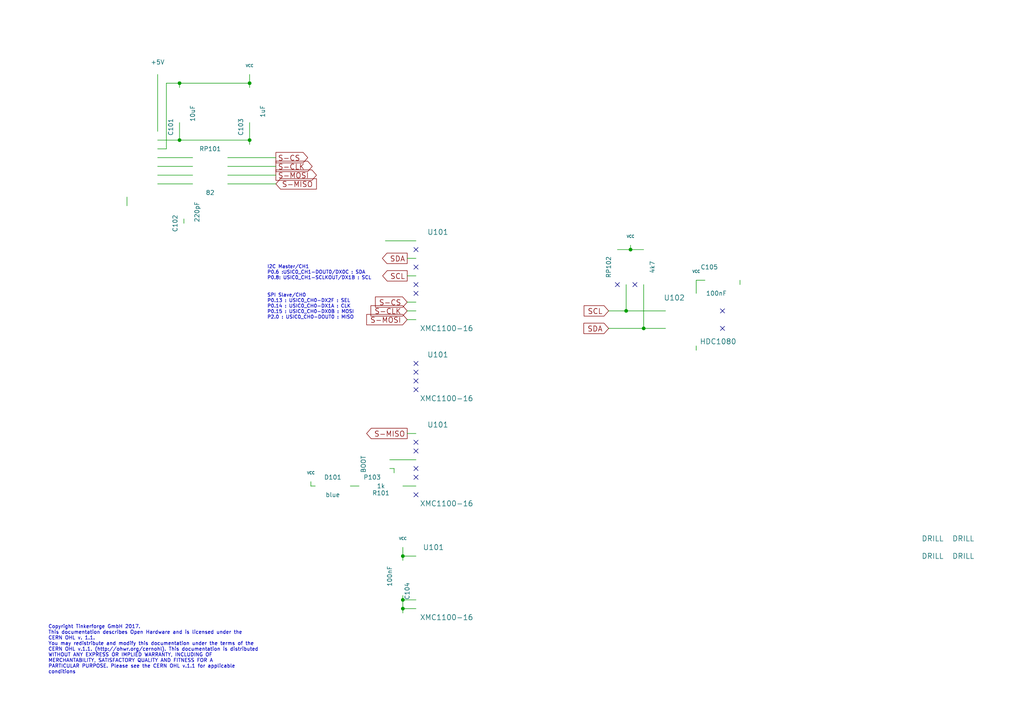
<source format=kicad_sch>
(kicad_sch (version 20230121) (generator eeschema)
  (paper "A4")
  (title_block (title "Humidity Bricklet") (date "2017-04-28") (rev "2.0") (company "Tinkerforge GmbH") (comment 1 "Licensed under CERN OHL v.1.1") (comment 2 "Copyright (©) 2017, B.Nordmeyer <bastian@tinkerforge.com>"))
  (lib_symbols)
  (junction (at 52.07 24.13))
  (junction (at 116.84 173.99))
  (junction (at 52.07 40.64))
  (junction (at 116.84 161.29))
  (junction (at 72.39 40.64))
  (junction (at 181.61 90.17))
  (junction (at 186.69 95.25))
  (junction (at 182.88 72.39))
  (junction (at 116.84 176.53))
  (junction (at 72.39 24.13))
  (no_connect (at 120.65 143.51))
  (no_connect (at 120.65 105.41))
  (no_connect (at 120.65 77.47))
  (no_connect (at 179.07 82.55))
  (no_connect (at 120.65 128.27))
  (no_connect (at 184.15 82.55))
  (no_connect (at 120.65 135.89))
  (no_connect (at 120.65 82.55))
  (no_connect (at 120.65 85.09))
  (no_connect (at 120.65 110.49))
  (no_connect (at 120.65 107.95))
  (no_connect (at 120.65 72.39))
  (no_connect (at 209.55 95.25))
  (no_connect (at 120.65 113.03))
  (no_connect (at 209.55 90.17))
  (no_connect (at 120.65 138.43))
  (no_connect (at 120.65 130.81))
  (wire (pts (xy 120.65 90.17) (xy 118.11 90.17)))
  (wire (pts (xy 52.07 24.13) (xy 72.39 24.13)))
  (wire (pts (xy 45.72 40.64) (xy 52.07 40.64)))
  (wire (pts (xy 90.17 140.97) (xy 90.17 139.7)))
  (wire (pts (xy 36.83 59.69) (xy 36.83 57.15)))
  (wire (pts (xy 52.07 24.13) (xy 52.07 25.4)))
  (wire (pts (xy 48.26 43.18) (xy 48.26 24.13)))
  (wire (pts (xy 201.93 85.09) (xy 201.93 81.28)))
  (wire (pts (xy 45.72 53.34) (xy 55.88 53.34)))
  (wire (pts (xy 52.07 35.56) (xy 52.07 40.64)))
  (wire (pts (xy 120.65 69.85) (xy 111.76 69.85)))
  (wire (pts (xy 116.84 161.29) (xy 116.84 162.56)))
  (wire (pts (xy 201.93 81.28) (xy 204.47 81.28)))
  (wire (pts (xy 181.61 90.17) (xy 193.04 90.17)))
  (wire (pts (xy 116.84 176.53) (xy 116.84 177.8)))
  (wire (pts (xy 118.11 74.93) (xy 120.65 74.93)))
  (wire (pts (xy 53.34 63.5) (xy 53.34 64.77)))
  (wire (pts (xy 114.3 135.89) (xy 114.3 137.16)))
  (wire (pts (xy 66.04 50.8) (xy 80.01 50.8)))
  (wire (pts (xy 116.84 161.29) (xy 120.65 161.29)))
  (wire (pts (xy 66.04 45.72) (xy 80.01 45.72)))
  (wire (pts (xy 45.72 45.72) (xy 55.88 45.72)))
  (wire (pts (xy 186.69 95.25) (xy 193.04 95.25)))
  (wire (pts (xy 72.39 40.64) (xy 72.39 41.91)))
  (wire (pts (xy 118.11 87.63) (xy 120.65 87.63)))
  (wire (pts (xy 45.72 50.8) (xy 55.88 50.8)))
  (wire (pts (xy 72.39 35.56) (xy 72.39 40.64)))
  (wire (pts (xy 120.65 92.71) (xy 118.11 92.71)))
  (wire (pts (xy 182.88 72.39) (xy 186.69 72.39)))
  (wire (pts (xy 186.69 82.55) (xy 186.69 95.25)))
  (wire (pts (xy 179.07 72.39) (xy 182.88 72.39)))
  (wire (pts (xy 45.72 43.18) (xy 48.26 43.18)))
  (wire (pts (xy 113.03 133.35) (xy 120.65 133.35)))
  (wire (pts (xy 45.72 38.1) (xy 45.72 21.59)))
  (wire (pts (xy 113.03 135.89) (xy 114.3 135.89)))
  (wire (pts (xy 72.39 21.59) (xy 72.39 24.13)))
  (wire (pts (xy 52.07 40.64) (xy 72.39 40.64)))
  (wire (pts (xy 214.63 81.28) (xy 214.63 82.55)))
  (wire (pts (xy 48.26 24.13) (xy 52.07 24.13)))
  (wire (pts (xy 104.14 140.97) (xy 101.6 140.97)))
  (wire (pts (xy 91.44 140.97) (xy 90.17 140.97)))
  (wire (pts (xy 176.53 95.25) (xy 186.69 95.25)))
  (wire (pts (xy 120.65 80.01) (xy 118.11 80.01)))
  (wire (pts (xy 45.72 48.26) (xy 55.88 48.26)))
  (wire (pts (xy 116.84 172.72) (xy 116.84 173.99)))
  (wire (pts (xy 116.84 176.53) (xy 120.65 176.53)))
  (wire (pts (xy 201.93 101.6) (xy 201.93 100.33)))
  (wire (pts (xy 182.88 71.12) (xy 182.88 72.39)))
  (wire (pts (xy 120.65 173.99) (xy 116.84 173.99)))
  (wire (pts (xy 72.39 24.13) (xy 72.39 25.4)))
  (wire (pts (xy 181.61 82.55) (xy 181.61 90.17)))
  (wire (pts (xy 80.01 53.34) (xy 66.04 53.34)))
  (wire (pts (xy 116.84 158.75) (xy 116.84 161.29)))
  (wire (pts (xy 118.11 125.73) (xy 120.65 125.73)))
  (wire (pts (xy 116.84 173.99) (xy 116.84 176.53)))
  (wire (pts (xy 176.53 90.17) (xy 181.61 90.17)))
  (wire (pts (xy 80.01 48.26) (xy 66.04 48.26)))
  (wire (pts (xy 116.84 140.97) (xy 120.65 140.97)))
  (text "Copyright Tinkerforge GmbH 2017.\nThis documentation describes Open Hardware and is licensed under the\nCERN OHL v. 1.1.\nYou may redistribute and modify this documentation under the terms of the\nCERN OHL v.1.1. (http://ohwr.org/cernohl). This documentation is distributed\nWITHOUT ANY EXPRESS OR IMPLIED WARRANTY, INCLUDING OF\nMERCHANTABILITY, SATISFACTORY QUALITY AND FITNESS FOR A\nPARTICULAR PURPOSE. Please see the CERN OHL v.1.1 for applicable\nconditions\n" (at 13.97 195.58 0) (effects (font (size 1.016 1.016)) (justify left bottom)))
  (text "I2C Master/CH1\nP0.6 :USIC0_CH1-DOUT0/DX0C : SDA\nP0.8: USIC0_CH1-SCLKOUT/DX1B : SCL" (at 77.47 81.28 0) (effects (font (size 0.9906 0.9906)) (justify left bottom)))
  (text "SPI Slave/CH0\nP0.13 : USIC0_CH0-DX2F : SEL\nP0.14 : USIC0_CH0-DX1A : CLK\nP0.15 : USIC0_CH0-DX0B : MOSI\nP2.0 : USIC0_CH0-DOUT0 : MISO" (at 77.47 92.71 0) (effects (font (size 0.9906 0.9906)) (justify left bottom)))
  (global_label "S-CLK" (shape input) (at 118.11 90.17 180) (effects (font (size 1.524 1.524))) (property "Intersheetrefs" "${INTERSHEET_REFS}" (effects hide)))
  (global_label "S-CLK" (shape output) (at 80.01 48.26 0) (effects (font (size 1.524 1.524))) (property "Intersheetrefs" "${INTERSHEET_REFS}" (effects hide)))
  (global_label "S-MISO" (shape output) (at 118.11 125.73 180) (effects (font (size 1.524 1.524))) (property "Intersheetrefs" "${INTERSHEET_REFS}" (effects hide)))
  (global_label "S-CS" (shape output) (at 80.01 45.72 0) (effects (font (size 1.524 1.524))) (property "Intersheetrefs" "${INTERSHEET_REFS}" (effects hide)))
  (global_label "S-CS" (shape input) (at 118.11 87.63 180) (effects (font (size 1.524 1.524))) (property "Intersheetrefs" "${INTERSHEET_REFS}" (effects hide)))
  (global_label "S-MISO" (shape input) (at 80.01 53.34 0) (effects (font (size 1.524 1.524))) (property "Intersheetrefs" "${INTERSHEET_REFS}" (effects hide)))
  (global_label "SCL" (shape output) (at 118.11 80.01 180) (effects (font (size 1.524 1.524))) (property "Intersheetrefs" "${INTERSHEET_REFS}" (effects hide)))
  (global_label "S-MOSI" (shape output) (at 80.01 50.8 0) (effects (font (size 1.524 1.524))) (property "Intersheetrefs" "${INTERSHEET_REFS}" (effects hide)))
  (global_label "SCL" (shape input) (at 176.53 90.17 180) (effects (font (size 1.524 1.524))) (property "Intersheetrefs" "${INTERSHEET_REFS}" (effects hide)))
  (global_label "S-MOSI" (shape input) (at 118.11 92.71 180) (effects (font (size 1.524 1.524))) (property "Intersheetrefs" "${INTERSHEET_REFS}" (effects hide)))
  (global_label "SDA" (shape output) (at 118.11 74.93 180) (effects (font (size 1.524 1.524))) (property "Intersheetrefs" "${INTERSHEET_REFS}" (effects hide)))
  (global_label "SDA" (shape input) (at 176.53 95.25 180) (effects (font (size 1.524 1.524))) (property "Intersheetrefs" "${INTERSHEET_REFS}" (effects hide)))
  (symbol (lib_id "CON-SENSOR2") (at 36.83 45.72 0) (mirror y) (unit 1)
    (property "Reference" "P101" (at 33.02 35.56 0) (effects (font (size 1.524 1.524))))
    (property "Value" "CON-SENSOR2" (at 33.02 45.72 90) (effects (font (size 1.524 1.524))))
    (property "Footprint" "kicad-libraries:CON-SENSOR2" (effects hide))
  )
  (symbol (lib_id "GND") (at 36.83 59.69 0) (unit 1)
    (property "Reference" "#PWR02" (effects hide))
    (property "Value" "GND" (effects hide))
  )
  (symbol (lib_id "VCC") (at 72.39 21.59 0) (unit 1)
    (property "Reference" "#PWR01" (effects hide))
    (property "Value" "VCC" (at 72.39 19.05 0) (effects (font (size 0.762 0.762))))
  )
  (symbol (lib_id "DRILL") (at 279.4 156.21 0) (unit 1)
    (property "Reference" "U105" (effects hide))
    (property "Value" "DRILL" (at 279.4 156.21 0) (effects (font (size 1.524 1.524))))
    (property "Footprint" "kicad-libraries:DRILL_NP" (effects hide))
  )
  (symbol (lib_id "DRILL") (at 279.4 161.29 0) (unit 1)
    (property "Reference" "U106" (effects hide))
    (property "Value" "DRILL" (at 279.4 161.29 0) (effects (font (size 1.524 1.524))))
    (property "Footprint" "kicad-libraries:DRILL_NP" (effects hide))
  )
  (symbol (lib_id "DRILL") (at 270.51 161.29 0) (unit 1)
    (property "Reference" "U104" (effects hide))
    (property "Value" "DRILL" (at 270.51 161.29 0) (effects (font (size 1.524 1.524))))
    (property "Footprint" "kicad-libraries:DRILL_NP" (effects hide))
  )
  (symbol (lib_id "DRILL") (at 270.51 156.21 0) (unit 1)
    (property "Reference" "U103" (effects hide))
    (property "Value" "DRILL" (at 270.51 156.21 0) (effects (font (size 1.524 1.524))))
    (property "Footprint" "kicad-libraries:DRILL_NP" (effects hide))
  )
  (symbol (lib_id "C") (at 52.07 30.48 180) (unit 1)
    (property "Reference" "C101" (at 49.53 34.29 90) (effects (justify left)))
    (property "Value" "10uF" (at 55.88 30.48 90) (effects (justify left)))
    (property "Footprint" "kicad-libraries:C0805" (effects hide))
  )
  (symbol (lib_id "C") (at 72.39 30.48 180) (unit 1)
    (property "Reference" "C103" (at 69.85 34.29 90) (effects (justify left)))
    (property "Value" "1uF" (at 76.2 30.48 90) (effects (justify left)))
    (property "Footprint" "kicad-libraries:C0603F" (effects hide))
  )
  (symbol (lib_id "GND") (at 72.39 41.91 0) (unit 1)
    (property "Reference" "#PWR03" (effects hide))
    (property "Value" "GND" (effects hide))
  )
  (symbol (lib_id "C") (at 116.84 167.64 0) (unit 1)
    (property "Reference" "C104" (at 118.11 173.99 90) (effects (justify left)))
    (property "Value" "100nF" (at 113.03 170.18 90) (effects (justify left)))
    (property "Footprint" "kicad-libraries:C0603F" (effects hide))
  )
  (symbol (lib_id "VCC") (at 116.84 158.75 0) (unit 1)
    (property "Reference" "#PWR04" (effects hide))
    (property "Value" "VCC" (at 116.84 156.21 0) (effects (font (size 0.762 0.762))))
  )
  (symbol (lib_id "GND") (at 116.84 177.8 0) (unit 1)
    (property "Reference" "#PWR05" (effects hide))
    (property "Value" "GND" (effects hide))
  )
  (symbol (lib_id "LED") (at 96.52 140.97 0) (unit 1)
    (property "Reference" "D101" (at 96.52 138.43 0))
    (property "Value" "blue" (at 96.52 143.51 0))
    (property "Footprint" "kicad-libraries:D0603F" (effects hide))
  )
  (symbol (lib_id "CONN_01X02") (at 107.95 134.62 180) (unit 1)
    (property "Reference" "P103" (at 107.95 138.43 0))
    (property "Value" "BOOT" (at 105.41 134.62 90))
    (property "Footprint" "kicad-libraries:SolderJumper" (effects hide))
  )
  (symbol (lib_id "VCC") (at 90.17 139.7 0) (unit 1)
    (property "Reference" "#PWR06" (effects hide))
    (property "Value" "VCC" (at 90.17 137.16 0) (effects (font (size 0.762 0.762))))
  )
  (symbol (lib_id "GND") (at 114.3 137.16 0) (unit 1)
    (property "Reference" "#PWR07" (effects hide))
    (property "Value" "GND" (effects hide))
  )
  (symbol (lib_id "R") (at 110.49 140.97 270) (unit 1)
    (property "Reference" "R101" (at 110.49 143.002 90))
    (property "Value" "1k" (at 110.49 140.97 90))
    (property "Footprint" "kicad-libraries:R0603F" (effects hide))
  )
  (symbol (lib_id "XMC1XXX24") (at 129.54 109.22 0) (unit 3)
    (property "Reference" "U101" (at 127 102.87 0) (effects (font (size 1.524 1.524))))
    (property "Value" "XMC1100-16" (at 129.54 115.57 0) (effects (font (size 1.524 1.524))))
    (property "Footprint" "kicad-libraries:QFN24-4x4mm-0.5mm" (effects hide))
  )
  (symbol (lib_id "XMC1XXX24") (at 129.54 81.28 0) (unit 2)
    (property "Reference" "U101" (at 127 67.31 0) (effects (font (size 1.524 1.524))))
    (property "Value" "XMC1100-16" (at 129.54 95.25 0) (effects (font (size 1.524 1.524))))
    (property "Footprint" "kicad-libraries:QFN24-4x4mm-0.5mm" (effects hide))
  )
  (symbol (lib_id "XMC1XXX24") (at 129.54 134.62 0) (unit 4)
    (property "Reference" "U101" (at 127 123.19 0) (effects (font (size 1.524 1.524))))
    (property "Value" "XMC1100-16" (at 129.54 146.05 0) (effects (font (size 1.524 1.524))))
    (property "Footprint" "kicad-libraries:QFN24-4x4mm-0.5mm" (effects hide))
  )
  (symbol (lib_id "XMC1XXX24") (at 129.54 168.91 0) (unit 1)
    (property "Reference" "U101" (at 125.73 158.75 0) (effects (font (size 1.524 1.524))))
    (property "Value" "XMC1100-16" (at 129.54 179.07 0) (effects (font (size 1.524 1.524))))
    (property "Footprint" "kicad-libraries:QFN24-4x4mm-0.5mm" (effects hide))
  )
  (symbol (lib_id "GND") (at 53.34 64.77 0) (unit 1)
    (property "Reference" "#PWR08" (effects hide))
    (property "Value" "GND" (effects hide))
  )
  (symbol (lib_id "+5V") (at 45.72 21.59 0) (unit 1)
    (property "Reference" "#PWR09" (effects hide))
    (property "Value" "+5V" (at 45.72 18.034 0))
  )
  (symbol (lib_id "VCC") (at 201.93 81.28 0) (unit 1)
    (property "Reference" "#PWR010" (effects hide))
    (property "Value" "VCC" (at 201.93 78.74 0) (effects (font (size 0.762 0.762))))
  )
  (symbol (lib_id "C") (at 209.55 81.28 90) (unit 1)
    (property "Reference" "C105" (at 208.28 77.47 90) (effects (justify left)))
    (property "Value" "100nF" (at 210.82 85.09 90) (effects (justify left)))
    (property "Footprint" "kicad-libraries:C0603F" (effects hide))
  )
  (symbol (lib_id "GND") (at 201.93 101.6 0) (unit 1)
    (property "Reference" "#PWR013" (effects hide))
    (property "Value" "GND" (effects hide))
  )
  (symbol (lib_id "GND") (at 214.63 82.55 0) (unit 1)
    (property "Reference" "#PWR011" (effects hide))
    (property "Value" "GND" (effects hide))
  )
  (symbol (lib_id "R_PACK4") (at 187.96 77.47 90) (mirror x) (unit 1)
    (property "Reference" "RP102" (at 176.53 77.47 0))
    (property "Value" "4k7" (at 189.23 77.47 0))
    (property "Footprint" "kicad-libraries:0603X4" (effects hide))
  )
  (symbol (lib_id "VCC") (at 182.88 71.12 0) (unit 1)
    (property "Reference" "#PWR012" (effects hide))
    (property "Value" "VCC" (at 182.88 68.58 0) (effects (font (size 0.762 0.762))))
  )
  (symbol (lib_id "R_PACK4") (at 60.96 54.61 0) (unit 1)
    (property "Reference" "RP101" (at 60.96 43.18 0))
    (property "Value" "82" (at 60.96 55.88 0))
    (property "Footprint" "kicad-libraries:4X0402" (effects hide))
  )
  (symbol (lib_id "C") (at 53.34 58.42 180) (unit 1)
    (property "Reference" "C102" (at 50.8 62.23 90) (effects (justify left)))
    (property "Value" "220pF" (at 57.15 58.42 90) (effects (justify left)))
    (property "Footprint" "kicad-libraries:C0402F" (effects hide))
  )
  (symbol (lib_id "CONN_01X01") (at 106.68 69.85 180) (unit 1)
    (property "Reference" "P102" (at 107.95 67.31 0))
    (property "Value" "DEBUG" (at 104.14 69.85 90))
    (property "Footprint" "kicad-libraries:DEBUG_PAD" (effects hide))
  )
  (symbol (lib_id "HDC1080") (at 201.93 92.71 0) (unit 1)
    (property "Reference" "U102" (at 195.58 86.36 0) (effects (font (size 1.524 1.524))))
    (property "Value" "HDC1080" (at 208.28 99.06 0) (effects (font (size 1.524 1.524))))
    (property "Footprint" "kicad-libraries:DFN6-30x30_humidity" (effects hide))
  )
)
</source>
